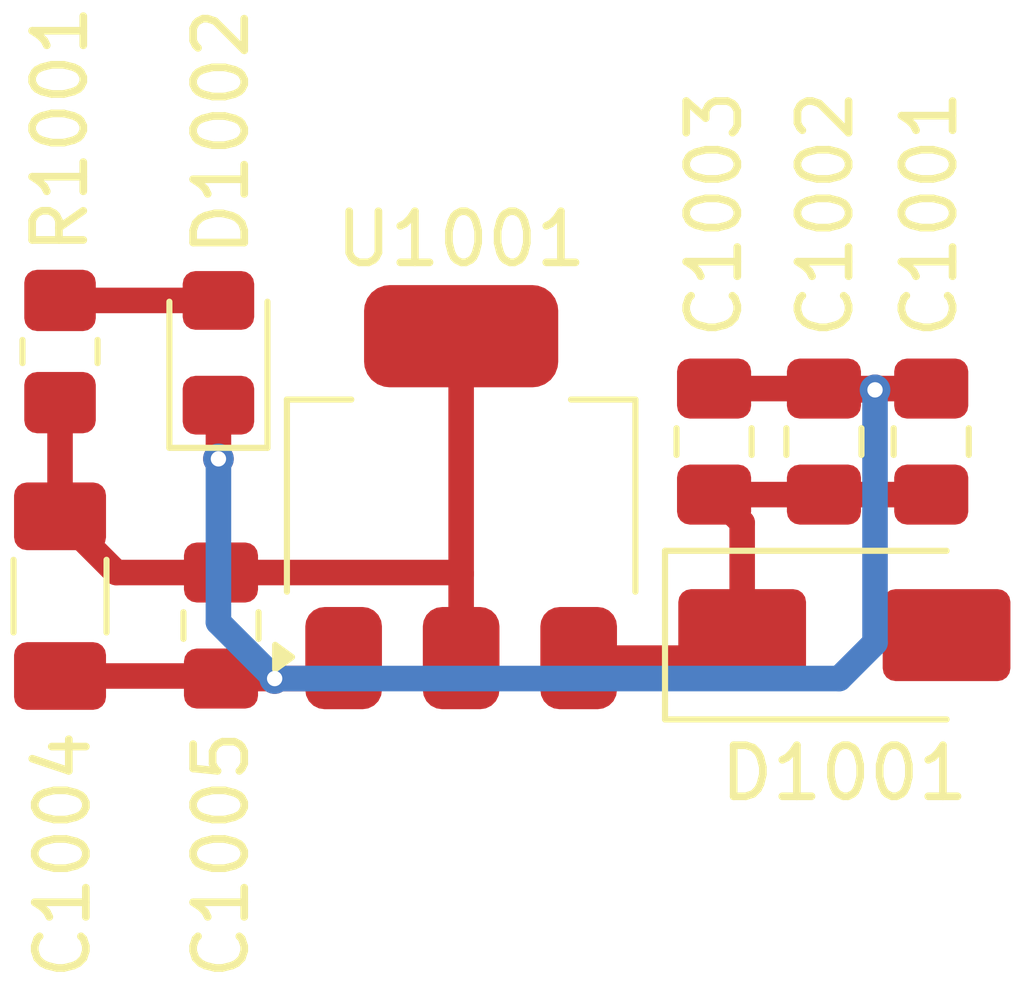
<source format=kicad_pcb>
(kicad_pcb (version 20241229) (generator "pcbnew") (generator_version "9.0")
  (layers (0 "F.Cu" signal) (2 "B.Cu" signal) (13 "F.Paste" user) (15 "B.Paste" user) (5 "F.SilkS" user "F.Silkscreen") (7 "B.SilkS" user "B.Silkscreen") (1 "F.Mask" user) (3 "B.Mask" user) (25 "Edge.Cuts" user))
  (net 0 "")
  (net 1 "/GND")
  (net 2 "/Vin")
  (net 3 "Net-(D1002-A)")
  (net 4 "/12V")
  (net 5 "/5V")
  (footprint "Package_TO_SOT_SMD:SOT-223-3_TabPin2" (layer "F.Cu") (at 123.2 88.6 90)
    (property "Reference" "U1001" (at 5.05 0 180) (layer "F.SilkS"))
    (property "Value" "AMS1117-5.0" (hide yes))
    (fp_line (start 1.91 -3.41) (end 1.91 -2.15) (stroke (width 0.12)) (layer "F.SilkS"))
    (fp_line (start -1.85 -3.41) (end 1.91 -3.41) (stroke (width 0.12)) (layer "F.SilkS"))
    (fp_line (start 1.91 3.41) (end 1.91 2.15) (stroke (width 0.12)) (layer "F.SilkS"))
    (fp_line (start -1.85 3.41) (end 1.91 3.41) (stroke (width 0.12)) (layer "F.SilkS"))
    (fp_poly (pts (xy -3.13 -3.31) (xy -3.37 -3.64) (xy -2.89 -3.64) (xy -3.13 -3.31)) (stroke (width 0.12)) (fill yes) (layer "F.SilkS"))
    (pad "1" smd roundrect (at -3.15 -2.3 90) (size 2 1.5) (layers "F.Cu" "F.Mask" "F.Paste") (net 1 "/GND"))
    (pad "2" smd roundrect (at -3.15 0 90) (size 2 1.5) (layers "F.Cu" "F.Mask" "F.Paste") (net 5 "/5V"))
    (pad "2" smd roundrect (at 3.15 0 90) (size 2 3.8) (layers "F.Cu" "F.Mask" "F.Paste") (net 5 "/5V"))
    (pad "3" smd roundrect (at -3.15 2.3 90) (size 2 1.5) (layers "F.Cu" "F.Mask" "F.Paste") (net 4 "/12V"))
  )
  (footprint "Capacitor_SMD:C_0805_2012Metric_Pad1.18x1.45mm_HandSolder" (layer "F.Cu") (at 132.4 87.5125 90)
    (property "Reference" "C1001" (at 4.45 -0.0375 90) (layer "F.SilkS"))
    (property "Value" "100n" (hide yes))
    (fp_line (start -0.261252 -0.735) (end 0.261252 -0.735) (stroke (width 0.12)) (layer "F.SilkS"))
    (fp_line (start -0.261252 0.735) (end 0.261252 0.735) (stroke (width 0.12)) (layer "F.SilkS"))
    (pad "1" smd roundrect (at -1.0375 0 90) (size 1.175 1.45) (layers "F.Cu" "F.Mask" "F.Paste") (roundrect_rratio 0.212766) (net 4 "/12V"))
    (pad "2" smd roundrect (at 1.0375 0 90) (size 1.175 1.45) (layers "F.Cu" "F.Mask" "F.Paste") (roundrect_rratio 0.212766) (net 1 "/GND"))
  )
  (footprint "Diode_SMD:D_SMA" (layer "F.Cu") (at 130.7 91.3)
    (property "Reference" "D1001" (at 0 2.7 0) (layer "F.SilkS"))
    (property "Value" "1N4007" (hide yes))
    (fp_line (start -3.51 -1.65) (end -3.51 1.65) (stroke (width 0.12)) (layer "F.SilkS"))
    (fp_line (start -3.51 -1.65) (end 2 -1.65) (stroke (width 0.12)) (layer "F.SilkS"))
    (fp_line (start -3.51 1.65) (end 2 1.65) (stroke (width 0.12)) (layer "F.SilkS"))
    (pad "1" smd roundrect (at -2 0) (size 2.5 1.8) (layers "F.Cu" "F.Mask" "F.Paste") (roundrect_rratio 0.1388888889) (net 4 "/12V"))
    (pad "2" smd roundrect (at 2 0) (size 2.5 1.8) (layers "F.Cu" "F.Mask" "F.Paste") (roundrect_rratio 0.1388888889) (net 2 "/Vin"))
  )
  (footprint "Capacitor_SMD:C_0805_2012Metric_Pad1.18x1.45mm_HandSolder" (layer "F.Cu") (at 130.3 87.5125 90)
    (property "Reference" "C1002" (at 4.45 0.0275 90) (layer "F.SilkS"))
    (property "Value" "10u 50v" (hide yes))
    (fp_line (start -0.261252 -0.735) (end 0.261252 -0.735) (stroke (width 0.12)) (layer "F.SilkS"))
    (fp_line (start -0.261252 0.735) (end 0.261252 0.735) (stroke (width 0.12)) (layer "F.SilkS"))
    (pad "1" smd roundrect (at -1.0375 0 90) (size 1.175 1.45) (layers "F.Cu" "F.Mask" "F.Paste") (roundrect_rratio 0.212766) (net 4 "/12V"))
    (pad "2" smd roundrect (at 1.0375 0 90) (size 1.175 1.45) (layers "F.Cu" "F.Mask" "F.Paste") (roundrect_rratio 0.212766) (net 1 "/GND"))
  )
  (footprint "Capacitor_SMD:C_0805_2012Metric_Pad1.18x1.45mm_HandSolder" (layer "F.Cu") (at 128.15 87.5125 90)
    (property "Reference" "C1003" (at 4.45 0 90) (layer "F.SilkS"))
    (property "Value" "10u 50v" (hide yes))
    (fp_line (start -0.261252 -0.735) (end 0.261252 -0.735) (stroke (width 0.12)) (layer "F.SilkS"))
    (fp_line (start -0.261252 0.735) (end 0.261252 0.735) (stroke (width 0.12)) (layer "F.SilkS"))
    (pad "1" smd roundrect (at -1.0375 0 90) (size 1.175 1.45) (layers "F.Cu" "F.Mask" "F.Paste") (roundrect_rratio 0.212766) (net 4 "/12V"))
    (pad "2" smd roundrect (at 1.0375 0 90) (size 1.175 1.45) (layers "F.Cu" "F.Mask" "F.Paste") (roundrect_rratio 0.212766) (net 1 "/GND"))
  )
  (footprint "Resistor_SMD:R_0805_2012Metric_Pad1.20x1.40mm_HandSolder" (layer "F.Cu") (at 115.35 85.75 -90)
    (property "Reference" "R1001" (at -4.35 0 90) (layer "F.SilkS"))
    (property "Value" "1k" (hide yes))
    (fp_line (start -0.227064 0.735) (end 0.227064 0.735) (stroke (width 0.12)) (layer "F.SilkS"))
    (fp_line (start -0.227064 -0.735) (end 0.227064 -0.735) (stroke (width 0.12)) (layer "F.SilkS"))
    (pad "1" smd roundrect (at -1 0 270) (size 1.2 1.4) (layers "F.Cu" "F.Mask" "F.Paste") (roundrect_rratio 0.208333) (net 3 "Net-(D1002-A)"))
    (pad "2" smd roundrect (at 1 0 270) (size 1.2 1.4) (layers "F.Cu" "F.Mask" "F.Paste") (roundrect_rratio 0.208333) (net 5 "/5V"))
  )
  (footprint "LED_SMD:LED_0805_2012Metric_Pad1.15x1.40mm_HandSolder" (layer "F.Cu") (at 118.45 85.775 90)
    (property "Reference" "D1002" (at 4.325 0.05 90) (layer "F.SilkS"))
    (property "Value" "LED" (hide yes))
    (fp_line (start 1 -0.96) (end -1.86 -0.96) (stroke (width 0.12)) (layer "F.SilkS"))
    (fp_line (start -1.86 -0.96) (end -1.86 0.96) (stroke (width 0.12)) (layer "F.SilkS"))
    (fp_line (start -1.86 0.96) (end 1 0.96) (stroke (width 0.12)) (layer "F.SilkS"))
    (pad "1" smd roundrect (at -1.025 0 90) (size 1.15 1.4) (layers "F.Cu" "F.Mask" "F.Paste") (roundrect_rratio 0.217391) (net 1 "/GND"))
    (pad "2" smd roundrect (at 1.025 0 90) (size 1.15 1.4) (layers "F.Cu" "F.Mask" "F.Paste") (roundrect_rratio 0.217391) (net 3 "Net-(D1002-A)"))
  )
  (footprint "Capacitor_SMD:C_1206_3216Metric_Pad1.33x1.80mm_HandSolder" (layer "F.Cu") (at 115.35 90.5375 -90)
    (property "Reference" "C1004" (at 5.0625 -0.05 90) (layer "F.SilkS"))
    (property "Value" "100u 6.3v" (hide yes))
    (fp_line (start -0.711252 0.91) (end 0.711252 0.91) (stroke (width 0.12)) (layer "F.SilkS"))
    (fp_line (start -0.711252 -0.91) (end 0.711252 -0.91) (stroke (width 0.12)) (layer "F.SilkS"))
    (pad "1" smd roundrect (at -1.5625 0 270) (size 1.325 1.8) (layers "F.Cu" "F.Mask" "F.Paste") (roundrect_rratio 0.188679) (net 5 "/5V"))
    (pad "2" smd roundrect (at 1.5625 0 270) (size 1.325 1.8) (layers "F.Cu" "F.Mask" "F.Paste") (roundrect_rratio 0.188679) (net 1 "/GND"))
  )
  (footprint "Capacitor_SMD:C_0805_2012Metric_Pad1.18x1.45mm_HandSolder" (layer "F.Cu") (at 118.5 91.1125 -90)
    (property "Reference" "C1005" (at 4.4875 0 90) (layer "F.SilkS"))
    (property "Value" "100n" (hide yes))
    (fp_line (start -0.261252 0.735) (end 0.261252 0.735) (stroke (width 0.12)) (layer "F.SilkS"))
    (fp_line (start -0.261252 -0.735) (end 0.261252 -0.735) (stroke (width 0.12)) (layer "F.SilkS"))
    (pad "1" smd roundrect (at -1.0375 0 270) (size 1.175 1.45) (layers "F.Cu" "F.Mask" "F.Paste") (roundrect_rratio 0.212766) (net 5 "/5V"))
    (pad "2" smd roundrect (at 1.0375 0 270) (size 1.175 1.45) (layers "F.Cu" "F.Mask" "F.Paste") (roundrect_rratio 0.212766) (net 1 "/GND"))
  )
  (segment (start 119.55 92.15) (end 120.5 92.15) (width 0.5) (layer "F.Cu") (net 1))
  (segment (start 128.15 86.475) (end 130.3 86.475) (width 0.5) (layer "F.Cu") (net 1))
  (segment (start 130.325 86.5) (end 130.3 86.475) (width 0.5) (layer "F.Cu") (net 1))
  (segment (start 131.3 86.5) (end 130.325 86.5) (width 0.5) (layer "F.Cu") (net 1))
  (segment (start 115.35 92.1) (end 118.45 92.1) (width 0.5) (layer "F.Cu") (net 1))
  (segment (start 130.3 86.475) (end 132.4 86.475) (width 0.5) (layer "F.Cu") (net 1))
  (segment (start 118.45 92.1) (end 118.5 92.15) (width 0.5) (layer "F.Cu") (net 1))
  (segment (start 120.5 92.15) (end 120.9 91.75) (width 0.5) (layer "F.Cu") (net 1))
  (segment (start 118.5 92.15) (end 119.55 92.15) (width 0.5) (layer "F.Cu") (net 1))
  (segment (start 118.45 86.8) (end 118.45 87.85) (width 0.5) (layer "F.Cu") (net 1))
  (via (at 119.55 92.15) (size 0.6) (drill 0.3) (layers "F.Cu" "B.Cu") (net 1))
  (via (at 131.3 86.5) (size 0.6) (drill 0.3) (layers "F.Cu" "B.Cu") (net 1))
  (via (at 118.45 87.85) (size 0.6) (drill 0.3) (layers "F.Cu" "B.Cu") (net 1))
  (segment (start 118.45 87.85) (end 118.45 91.05) (width 0.5) (layer "B.Cu") (net 1))
  (segment (start 119.55 92.15) (end 130.6 92.15) (width 0.5) (layer "B.Cu") (net 1))
  (segment (start 131.3 91.45) (end 131.3 86.5) (width 0.5) (layer "B.Cu") (net 1))
  (segment (start 118.45 91.05) (end 119.55 92.15) (width 0.5) (layer "B.Cu") (net 1))
  (segment (start 130.6 92.15) (end 131.25 91.5) (width 0.5) (layer "B.Cu") (net 1))
  (segment (start 131.25 91.5) (end 131.3 91.45) (width 0.5) (layer "B.Cu") (net 1))
  (segment (start 115.35 84.75) (end 118.45 84.75) (width 0.5) (layer "F.Cu") (net 3))
  (segment (start 128.7 89.1) (end 128.15 88.55) (width 0.5) (layer "F.Cu") (net 4))
  (segment (start 125.5 91.75) (end 128.25 91.75) (width 0.5) (layer "F.Cu") (net 4))
  (segment (start 128.15 88.55) (end 130.3 88.55) (width 0.5) (layer "F.Cu") (net 4))
  (segment (start 128.25 91.75) (end 128.7 91.3) (width 0.5) (layer "F.Cu") (net 4))
  (segment (start 130.3 88.55) (end 132.4 88.55) (width 0.5) (layer "F.Cu") (net 4))
  (segment (start 128.7 91.3) (end 128.7 89.1) (width 0.5) (layer "F.Cu") (net 4))
  (segment (start 123.2 91.75) (end 123.2 90.1) (width 0.5) (layer "F.Cu") (net 5))
  (segment (start 118.5 90.075) (end 123.175 90.075) (width 0.5) (layer "F.Cu") (net 5))
  (segment (start 116.45 90.075) (end 115.35 88.975) (width 0.5) (layer "F.Cu") (net 5))
  (segment (start 118.5 90.075) (end 116.45 90.075) (width 0.5) (layer "F.Cu") (net 5))
  (segment (start 123.2 90.1) (end 123.2 85.45) (width 0.5) (layer "F.Cu") (net 5))
  (segment (start 123.175 90.075) (end 123.2 90.1) (width 0.5) (layer "F.Cu") (net 5))
  (segment (start 115.35 88.975) (end 115.35 86.75) (width 0.5) (layer "F.Cu") (net 5))
)
</source>
